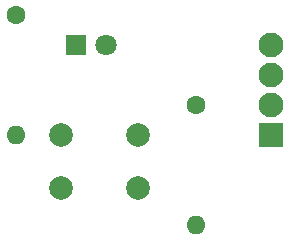
<source format=gbr>
G04 #@! TF.GenerationSoftware,KiCad,Pcbnew,(5.0.1-3-g963ef8bb5)*
G04 #@! TF.CreationDate,2018-12-20T15:49:25+01:00*
G04 #@! TF.ProjectId,WifiLedButton,576966694C6564427574746F6E2E6B69,1.0*
G04 #@! TF.SameCoordinates,Original*
G04 #@! TF.FileFunction,Copper,L1,Top,Signal*
G04 #@! TF.FilePolarity,Positive*
%FSLAX46Y46*%
G04 Gerber Fmt 4.6, Leading zero omitted, Abs format (unit mm)*
G04 Created by KiCad (PCBNEW (5.0.1-3-g963ef8bb5)) date Donnerstag, 20. Dezember 2018 um 15:49:25*
%MOMM*%
%LPD*%
G01*
G04 APERTURE LIST*
G04 #@! TA.AperFunction,ComponentPad*
%ADD10R,1.800000X1.800000*%
G04 #@! TD*
G04 #@! TA.AperFunction,ComponentPad*
%ADD11C,1.800000*%
G04 #@! TD*
G04 #@! TA.AperFunction,ComponentPad*
%ADD12R,2.100000X2.100000*%
G04 #@! TD*
G04 #@! TA.AperFunction,ComponentPad*
%ADD13C,2.100000*%
G04 #@! TD*
G04 #@! TA.AperFunction,ComponentPad*
%ADD14O,1.600000X1.600000*%
G04 #@! TD*
G04 #@! TA.AperFunction,ComponentPad*
%ADD15C,1.600000*%
G04 #@! TD*
G04 #@! TA.AperFunction,ComponentPad*
%ADD16C,2.000000*%
G04 #@! TD*
G04 APERTURE END LIST*
D10*
G04 #@! TO.P,D1,1*
G04 #@! TO.N,Net-(D1-Pad1)*
X66040000Y-53340000D03*
D11*
G04 #@! TO.P,D1,2*
G04 #@! TO.N,Net-(D1-Pad2)*
X68580000Y-53340000D03*
G04 #@! TD*
D12*
G04 #@! TO.P,J1,1*
G04 #@! TO.N,GND*
X82550000Y-60960000D03*
D13*
G04 #@! TO.P,J1,2*
G04 #@! TO.N,Net-(J1-Pad2)*
X82550000Y-58420000D03*
G04 #@! TO.P,J1,3*
G04 #@! TO.N,Net-(J1-Pad3)*
X82550000Y-55880000D03*
G04 #@! TO.P,J1,4*
G04 #@! TO.N,Net-(D1-Pad2)*
X82550000Y-53340000D03*
G04 #@! TD*
D14*
G04 #@! TO.P,R1,2*
G04 #@! TO.N,Net-(J1-Pad3)*
X76200000Y-68580000D03*
D15*
G04 #@! TO.P,R1,1*
G04 #@! TO.N,Net-(J1-Pad2)*
X76200000Y-58420000D03*
G04 #@! TD*
G04 #@! TO.P,R2,1*
G04 #@! TO.N,Net-(D1-Pad1)*
X60960000Y-50800000D03*
D14*
G04 #@! TO.P,R2,2*
G04 #@! TO.N,GND*
X60960000Y-60960000D03*
G04 #@! TD*
D16*
G04 #@! TO.P,SW1,2*
G04 #@! TO.N,Net-(J1-Pad3)*
X64770000Y-65460000D03*
G04 #@! TO.P,SW1,1*
G04 #@! TO.N,GND*
X64770000Y-60960000D03*
G04 #@! TO.P,SW1,2*
G04 #@! TO.N,Net-(J1-Pad3)*
X71270000Y-65460000D03*
G04 #@! TO.P,SW1,1*
G04 #@! TO.N,GND*
X71270000Y-60960000D03*
G04 #@! TD*
M02*

</source>
